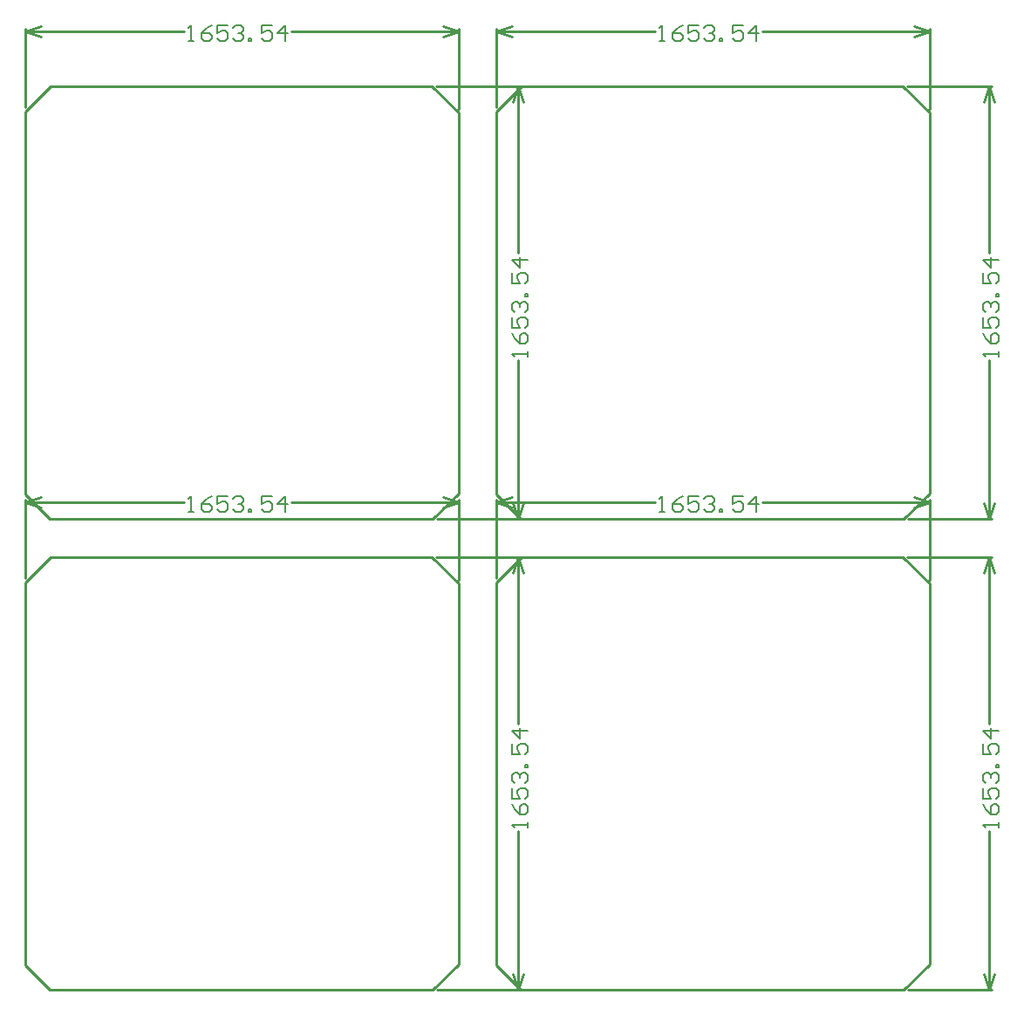
<source format=gko>
G04 Layer_Color=16711935*
%FSLAX25Y25*%
%MOIN*%
G70*
G01*
G75*
%ADD38C,0.00600*%
%ADD45C,0.01000*%
D38*
X187583Y307201D02*
X189583D01*
X188583D01*
Y313199D01*
X187583Y312199D01*
X196580Y313199D02*
X194581Y312199D01*
X192582Y310200D01*
Y308201D01*
X193581Y307201D01*
X195581D01*
X196580Y308201D01*
Y309200D01*
X195581Y310200D01*
X192582D01*
X202578Y313199D02*
X198580D01*
Y310200D01*
X200579Y311200D01*
X201579D01*
X202578Y310200D01*
Y308201D01*
X201579Y307201D01*
X199580D01*
X198580Y308201D01*
X204578Y312199D02*
X205577Y313199D01*
X207577D01*
X208576Y312199D01*
Y311200D01*
X207577Y310200D01*
X206577D01*
X207577D01*
X208576Y309200D01*
Y308201D01*
X207577Y307201D01*
X205577D01*
X204578Y308201D01*
X210576Y307201D02*
Y308201D01*
X211576D01*
Y307201D01*
X210576D01*
X219573Y313199D02*
X215574D01*
Y310200D01*
X217574Y311200D01*
X218573D01*
X219573Y310200D01*
Y308201D01*
X218573Y307201D01*
X216574D01*
X215574Y308201D01*
X224571Y307201D02*
Y313199D01*
X221572Y310200D01*
X225571D01*
X317399Y186583D02*
Y188583D01*
Y187583D01*
X311401D01*
X312401Y186583D01*
X311401Y195580D02*
X312401Y193581D01*
X314400Y191582D01*
X316399D01*
X317399Y192581D01*
Y194581D01*
X316399Y195580D01*
X315400D01*
X314400Y194581D01*
Y191582D01*
X311401Y201578D02*
Y197580D01*
X314400D01*
X313400Y199579D01*
Y200579D01*
X314400Y201578D01*
X316399D01*
X317399Y200579D01*
Y198580D01*
X316399Y197580D01*
X312401Y203578D02*
X311401Y204577D01*
Y206577D01*
X312401Y207576D01*
X313400D01*
X314400Y206577D01*
Y205577D01*
Y206577D01*
X315400Y207576D01*
X316399D01*
X317399Y206577D01*
Y204577D01*
X316399Y203578D01*
X317399Y209576D02*
X316399D01*
Y210576D01*
X317399D01*
Y209576D01*
X311401Y218573D02*
Y214574D01*
X314400D01*
X313400Y216574D01*
Y217573D01*
X314400Y218573D01*
X316399D01*
X317399Y217573D01*
Y215574D01*
X316399Y214574D01*
X317399Y223571D02*
X311401D01*
X314400Y220572D01*
Y224571D01*
X367583Y307201D02*
X369583D01*
X368583D01*
Y313199D01*
X367583Y312199D01*
X376580Y313199D02*
X374581Y312199D01*
X372582Y310200D01*
Y308201D01*
X373581Y307201D01*
X375581D01*
X376580Y308201D01*
Y309200D01*
X375581Y310200D01*
X372582D01*
X382578Y313199D02*
X378580D01*
Y310200D01*
X380579Y311200D01*
X381579D01*
X382578Y310200D01*
Y308201D01*
X381579Y307201D01*
X379579D01*
X378580Y308201D01*
X384578Y312199D02*
X385578Y313199D01*
X387577D01*
X388577Y312199D01*
Y311200D01*
X387577Y310200D01*
X386577D01*
X387577D01*
X388577Y309200D01*
Y308201D01*
X387577Y307201D01*
X385578D01*
X384578Y308201D01*
X390576Y307201D02*
Y308201D01*
X391576D01*
Y307201D01*
X390576D01*
X399573Y313199D02*
X395574D01*
Y310200D01*
X397574Y311200D01*
X398573D01*
X399573Y310200D01*
Y308201D01*
X398573Y307201D01*
X396574D01*
X395574Y308201D01*
X404571Y307201D02*
Y313199D01*
X401572Y310200D01*
X405571D01*
X497399Y186583D02*
Y188583D01*
Y187583D01*
X491401D01*
X492401Y186583D01*
X491401Y195580D02*
X492401Y193581D01*
X494400Y191582D01*
X496399D01*
X497399Y192581D01*
Y194581D01*
X496399Y195580D01*
X495400D01*
X494400Y194581D01*
Y191582D01*
X491401Y201578D02*
Y197580D01*
X494400D01*
X493400Y199579D01*
Y200579D01*
X494400Y201578D01*
X496399D01*
X497399Y200579D01*
Y198580D01*
X496399Y197580D01*
X492401Y203578D02*
X491401Y204577D01*
Y206577D01*
X492401Y207576D01*
X493400D01*
X494400Y206577D01*
Y205577D01*
Y206577D01*
X495400Y207576D01*
X496399D01*
X497399Y206577D01*
Y204577D01*
X496399Y203578D01*
X497399Y209576D02*
X496399D01*
Y210576D01*
X497399D01*
Y209576D01*
X491401Y218573D02*
Y214574D01*
X494400D01*
X493400Y216574D01*
Y217573D01*
X494400Y218573D01*
X496399D01*
X497399Y217573D01*
Y215574D01*
X496399Y214574D01*
X497399Y223571D02*
X491401D01*
X494400Y220572D01*
Y224571D01*
X187583Y487201D02*
X189583D01*
X188583D01*
Y493199D01*
X187583Y492199D01*
X196580Y493199D02*
X194581Y492199D01*
X192582Y490200D01*
Y488201D01*
X193581Y487201D01*
X195581D01*
X196580Y488201D01*
Y489200D01*
X195581Y490200D01*
X192582D01*
X202578Y493199D02*
X198580D01*
Y490200D01*
X200579Y491200D01*
X201579D01*
X202578Y490200D01*
Y488201D01*
X201579Y487201D01*
X199580D01*
X198580Y488201D01*
X204578Y492199D02*
X205577Y493199D01*
X207577D01*
X208576Y492199D01*
Y491200D01*
X207577Y490200D01*
X206577D01*
X207577D01*
X208576Y489200D01*
Y488201D01*
X207577Y487201D01*
X205577D01*
X204578Y488201D01*
X210576Y487201D02*
Y488201D01*
X211576D01*
Y487201D01*
X210576D01*
X219573Y493199D02*
X215574D01*
Y490200D01*
X217574Y491200D01*
X218573D01*
X219573Y490200D01*
Y488201D01*
X218573Y487201D01*
X216574D01*
X215574Y488201D01*
X224571Y487201D02*
Y493199D01*
X221572Y490200D01*
X225571D01*
X317399Y366583D02*
Y368583D01*
Y367583D01*
X311401D01*
X312401Y366583D01*
X311401Y375580D02*
X312401Y373581D01*
X314400Y371582D01*
X316399D01*
X317399Y372581D01*
Y374581D01*
X316399Y375580D01*
X315400D01*
X314400Y374581D01*
Y371582D01*
X311401Y381578D02*
Y377580D01*
X314400D01*
X313400Y379579D01*
Y380579D01*
X314400Y381578D01*
X316399D01*
X317399Y380579D01*
Y378579D01*
X316399Y377580D01*
X312401Y383578D02*
X311401Y384577D01*
Y386577D01*
X312401Y387577D01*
X313400D01*
X314400Y386577D01*
Y385577D01*
Y386577D01*
X315400Y387577D01*
X316399D01*
X317399Y386577D01*
Y384577D01*
X316399Y383578D01*
X317399Y389576D02*
X316399D01*
Y390576D01*
X317399D01*
Y389576D01*
X311401Y398573D02*
Y394574D01*
X314400D01*
X313400Y396574D01*
Y397573D01*
X314400Y398573D01*
X316399D01*
X317399Y397573D01*
Y395574D01*
X316399Y394574D01*
X317399Y403571D02*
X311401D01*
X314400Y400572D01*
Y404571D01*
X367583Y487201D02*
X369583D01*
X368583D01*
Y493199D01*
X367583Y492199D01*
X376580Y493199D02*
X374581Y492199D01*
X372582Y490200D01*
Y488201D01*
X373581Y487201D01*
X375581D01*
X376580Y488201D01*
Y489200D01*
X375581Y490200D01*
X372582D01*
X382578Y493199D02*
X378580D01*
Y490200D01*
X380579Y491200D01*
X381579D01*
X382578Y490200D01*
Y488201D01*
X381579Y487201D01*
X379579D01*
X378580Y488201D01*
X384578Y492199D02*
X385578Y493199D01*
X387577D01*
X388577Y492199D01*
Y491200D01*
X387577Y490200D01*
X386577D01*
X387577D01*
X388577Y489200D01*
Y488201D01*
X387577Y487201D01*
X385578D01*
X384578Y488201D01*
X390576Y487201D02*
Y488201D01*
X391576D01*
Y487201D01*
X390576D01*
X399573Y493199D02*
X395574D01*
Y490200D01*
X397574Y491200D01*
X398573D01*
X399573Y490200D01*
Y488201D01*
X398573Y487201D01*
X396574D01*
X395574Y488201D01*
X404571Y487201D02*
Y493199D01*
X401572Y490200D01*
X405571D01*
X497399Y366583D02*
Y368583D01*
Y367583D01*
X491401D01*
X492401Y366583D01*
X491401Y375580D02*
X492401Y373581D01*
X494400Y371582D01*
X496399D01*
X497399Y372581D01*
Y374581D01*
X496399Y375580D01*
X495400D01*
X494400Y374581D01*
Y371582D01*
X491401Y381578D02*
Y377580D01*
X494400D01*
X493400Y379579D01*
Y380579D01*
X494400Y381578D01*
X496399D01*
X497399Y380579D01*
Y378579D01*
X496399Y377580D01*
X492401Y383578D02*
X491401Y384577D01*
Y386577D01*
X492401Y387577D01*
X493400D01*
X494400Y386577D01*
Y385577D01*
Y386577D01*
X495400Y387577D01*
X496399D01*
X497399Y386577D01*
Y384577D01*
X496399Y383578D01*
X497399Y389576D02*
X496399D01*
Y390576D01*
X497399D01*
Y389576D01*
X491401Y398573D02*
Y394574D01*
X494400D01*
X493400Y396574D01*
Y397573D01*
X494400Y398573D01*
X496399D01*
X497399Y397573D01*
Y395574D01*
X496399Y394574D01*
X497399Y403571D02*
X491401D01*
X494400Y400572D01*
Y404571D01*
D45*
X290854Y281246D02*
Y311800D01*
X125500Y281700D02*
Y311800D01*
X227171Y310800D02*
X290854D01*
X125500D02*
X185983D01*
X284854Y312800D02*
X290854Y310800D01*
X284854Y308800D02*
X290854Y310800D01*
X125500D02*
X131500Y308800D01*
X125500Y310800D02*
X131500Y312800D01*
X282600Y124500D02*
X314800D01*
X282246Y289854D02*
X314800D01*
X313800Y124500D02*
Y184983D01*
Y226171D02*
Y289854D01*
Y124500D02*
X315800Y130500D01*
X311800D02*
X313800Y124500D01*
X311800Y283854D02*
X313800Y289854D01*
X315800Y283854D01*
X135154Y289854D02*
X280746D01*
X125500Y280200D02*
X135154Y289854D01*
X125500Y133700D02*
Y280200D01*
X134700Y124500D02*
X281100D01*
X125500Y133700D02*
X134700Y124500D01*
X281100D02*
X290854Y134254D01*
Y279746D01*
X280746Y289854D02*
X290854Y279746D01*
X470854Y281246D02*
Y311800D01*
X305500Y281700D02*
Y311800D01*
X407171Y310800D02*
X470854D01*
X305500D02*
X365983D01*
X464854Y312800D02*
X470854Y310800D01*
X464854Y308800D02*
X470854Y310800D01*
X305500D02*
X311500Y308800D01*
X305500Y310800D02*
X311500Y312800D01*
X462600Y124500D02*
X494800D01*
X462246Y289854D02*
X494800D01*
X493800Y124500D02*
Y184983D01*
Y226171D02*
Y289854D01*
Y124500D02*
X495800Y130500D01*
X491800D02*
X493800Y124500D01*
X491800Y283854D02*
X493800Y289854D01*
X495800Y283854D01*
X315154Y289854D02*
X460746D01*
X305500Y280200D02*
X315154Y289854D01*
X305500Y133700D02*
Y280200D01*
X314700Y124500D02*
X461100D01*
X305500Y133700D02*
X314700Y124500D01*
X461100D02*
X470854Y134254D01*
Y279746D01*
X460746Y289854D02*
X470854Y279746D01*
X290854Y461246D02*
Y491800D01*
X125500Y461700D02*
Y491800D01*
X227171Y490800D02*
X290854D01*
X125500D02*
X185983D01*
X284854Y492800D02*
X290854Y490800D01*
X284854Y488800D02*
X290854Y490800D01*
X125500D02*
X131500Y488800D01*
X125500Y490800D02*
X131500Y492800D01*
X282600Y304500D02*
X314800D01*
X282246Y469854D02*
X314800D01*
X313800Y304500D02*
Y364983D01*
Y406171D02*
Y469854D01*
Y304500D02*
X315800Y310500D01*
X311800D02*
X313800Y304500D01*
X311800Y463854D02*
X313800Y469854D01*
X315800Y463854D01*
X135154Y469854D02*
X280746D01*
X125500Y460200D02*
X135154Y469854D01*
X125500Y313700D02*
Y460200D01*
X134700Y304500D02*
X281100D01*
X125500Y313700D02*
X134700Y304500D01*
X281100D02*
X290854Y314254D01*
Y459746D01*
X280746Y469854D02*
X290854Y459746D01*
X470854Y461246D02*
Y491800D01*
X305500Y461700D02*
Y491800D01*
X407171Y490800D02*
X470854D01*
X305500D02*
X365983D01*
X464854Y492800D02*
X470854Y490800D01*
X464854Y488800D02*
X470854Y490800D01*
X305500D02*
X311500Y488800D01*
X305500Y490800D02*
X311500Y492800D01*
X462600Y304500D02*
X494800D01*
X462246Y469854D02*
X494800D01*
X493800Y304500D02*
Y364983D01*
Y406171D02*
Y469854D01*
Y304500D02*
X495800Y310500D01*
X491800D02*
X493800Y304500D01*
X491800Y463854D02*
X493800Y469854D01*
X495800Y463854D01*
X315154Y469854D02*
X460746D01*
X305500Y460200D02*
X315154Y469854D01*
X305500Y313700D02*
Y460200D01*
X314700Y304500D02*
X461100D01*
X305500Y313700D02*
X314700Y304500D01*
X461100D02*
X470854Y314254D01*
Y459746D01*
X460746Y469854D02*
X470854Y459746D01*
M02*

</source>
